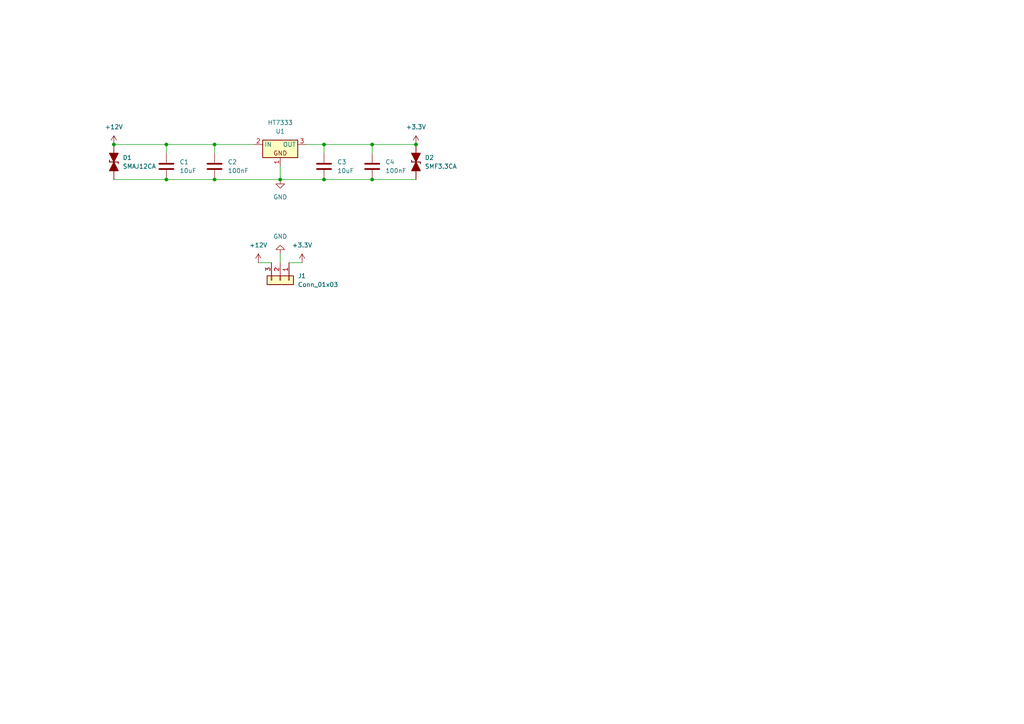
<source format=kicad_sch>
(kicad_sch
	(version 20250114)
	(generator "eeschema")
	(generator_version "9.0")
	(uuid "1df6ae02-d3d4-4e02-9ae3-4242eafe4dc1")
	(paper "A4")
	(lib_symbols
		(symbol "Connector_Generic:Conn_01x03"
			(pin_names
				(offset 1.016)
				(hide yes)
			)
			(exclude_from_sim no)
			(in_bom yes)
			(on_board yes)
			(property "Reference" "J"
				(at 0 5.08 0)
				(effects
					(font
						(size 1.27 1.27)
					)
				)
			)
			(property "Value" "Conn_01x03"
				(at 0 -5.08 0)
				(effects
					(font
						(size 1.27 1.27)
					)
				)
			)
			(property "Footprint" ""
				(at 0 0 0)
				(effects
					(font
						(size 1.27 1.27)
					)
					(hide yes)
				)
			)
			(property "Datasheet" "~"
				(at 0 0 0)
				(effects
					(font
						(size 1.27 1.27)
					)
					(hide yes)
				)
			)
			(property "Description" "Generic connector, single row, 01x03, script generated (kicad-library-utils/schlib/autogen/connector/)"
				(at 0 0 0)
				(effects
					(font
						(size 1.27 1.27)
					)
					(hide yes)
				)
			)
			(property "ki_keywords" "connector"
				(at 0 0 0)
				(effects
					(font
						(size 1.27 1.27)
					)
					(hide yes)
				)
			)
			(property "ki_fp_filters" "Connector*:*_1x??_*"
				(at 0 0 0)
				(effects
					(font
						(size 1.27 1.27)
					)
					(hide yes)
				)
			)
			(symbol "Conn_01x03_1_1"
				(rectangle
					(start -1.27 3.81)
					(end 1.27 -3.81)
					(stroke
						(width 0.254)
						(type default)
					)
					(fill
						(type background)
					)
				)
				(rectangle
					(start -1.27 2.667)
					(end 0 2.413)
					(stroke
						(width 0.1524)
						(type default)
					)
					(fill
						(type none)
					)
				)
				(rectangle
					(start -1.27 0.127)
					(end 0 -0.127)
					(stroke
						(width 0.1524)
						(type default)
					)
					(fill
						(type none)
					)
				)
				(rectangle
					(start -1.27 -2.413)
					(end 0 -2.667)
					(stroke
						(width 0.1524)
						(type default)
					)
					(fill
						(type none)
					)
				)
				(pin passive line
					(at -5.08 2.54 0)
					(length 3.81)
					(name "Pin_1"
						(effects
							(font
								(size 1.27 1.27)
							)
						)
					)
					(number "1"
						(effects
							(font
								(size 1.27 1.27)
							)
						)
					)
				)
				(pin passive line
					(at -5.08 0 0)
					(length 3.81)
					(name "Pin_2"
						(effects
							(font
								(size 1.27 1.27)
							)
						)
					)
					(number "2"
						(effects
							(font
								(size 1.27 1.27)
							)
						)
					)
				)
				(pin passive line
					(at -5.08 -2.54 0)
					(length 3.81)
					(name "Pin_3"
						(effects
							(font
								(size 1.27 1.27)
							)
						)
					)
					(number "3"
						(effects
							(font
								(size 1.27 1.27)
							)
						)
					)
				)
			)
			(embedded_fonts no)
		)
		(symbol "Library:HT7333"
			(exclude_from_sim no)
			(in_bom yes)
			(on_board yes)
			(property "Reference" "U"
				(at 0 -3.81 0)
				(effects
					(font
						(size 1.27 1.27)
					)
				)
			)
			(property "Value" "HT7333"
				(at 0 -6.35 0)
				(effects
					(font
						(size 1.27 1.27)
					)
				)
			)
			(property "Footprint" "PCM_Package_TO_SOT_SMD_AKL:SOT-89-3"
				(at 0 2.54 0)
				(effects
					(font
						(size 1.27 1.27)
					)
					(hide yes)
				)
			)
			(property "Datasheet" "https://item.szlcsc.com/323851.html?fromZone=s_s__%2522HT7333%2522&spm=sc.gb.xh2.zy.n___sc.hm.hd.ss&lcsc_vid=RVRcUVYDElFdXlJeRAALAwJQTwNeBgZeQ1QMUwJSRlQxVlNSQVZWVV1VR1lXVTtW"
				(at 0 2.54 0)
				(effects
					(font
						(size 1.27 1.27)
					)
					(hide yes)
				)
			)
			(property "Description" "Generic negative 3-terminal voltage regulator, Alternate KiCad Library"
				(at 0 0 0)
				(effects
					(font
						(size 1.27 1.27)
					)
					(hide yes)
				)
			)
			(property "ki_keywords" "generic voltage regulator vreg pmic power supply 3-terminal negative"
				(at 0 0 0)
				(effects
					(font
						(size 1.27 1.27)
					)
					(hide yes)
				)
			)
			(symbol "HT7333_0_0"
				(rectangle
					(start -5.08 3.81)
					(end 5.08 -1.27)
					(stroke
						(width 0.254)
						(type default)
					)
					(fill
						(type background)
					)
				)
				(text "GND"
					(at 0 2.54 0)
					(effects
						(font
							(size 1.27 1.27)
						)
					)
				)
			)
			(symbol "HT7333_1_1"
				(pin power_in line
					(at -7.62 0 0)
					(length 2.54)
					(name "IN"
						(effects
							(font
								(size 1.27 1.27)
							)
						)
					)
					(number "2"
						(effects
							(font
								(size 1.27 1.27)
							)
						)
					)
				)
				(pin power_in line
					(at 0 6.35 270)
					(length 2.54)
					(name "~"
						(effects
							(font
								(size 1.27 1.27)
							)
						)
					)
					(number "1"
						(effects
							(font
								(size 1.27 1.27)
							)
						)
					)
				)
				(pin power_out line
					(at 7.62 0 180)
					(length 2.54)
					(name "OUT"
						(effects
							(font
								(size 1.27 1.27)
							)
						)
					)
					(number "3"
						(effects
							(font
								(size 1.27 1.27)
							)
						)
					)
				)
			)
			(embedded_fonts no)
		)
		(symbol "Library:SMF3.3CA"
			(pin_numbers
				(hide yes)
			)
			(pin_names
				(offset 1.016)
				(hide yes)
			)
			(exclude_from_sim no)
			(in_bom yes)
			(on_board yes)
			(property "Reference" "D"
				(at 0 5.08 0)
				(effects
					(font
						(size 1.27 1.27)
					)
				)
			)
			(property "Value" "SMF3.3CA"
				(at 0 2.54 0)
				(effects
					(font
						(size 1.27 1.27)
					)
				)
			)
			(property "Footprint" "PCM_Diode_SMD_AKL:D_SOD-123F"
				(at 0 0 0)
				(effects
					(font
						(size 1.27 1.27)
					)
					(hide yes)
				)
			)
			(property "Datasheet" "https://item.szlcsc.com/48682096.html?fromZone=s_s__%2522SMF3.3CA%2522&spm=sc.gb.xh1.zy.n___sc.it.hd.ss&lcsc_vid=RVRcUVYDElFdXlJeRAALAwJQTwNeBgZeQ1QMUwJSRlQxVlNSQVZWVV1VR1lXVTtW"
				(at 0 0 0)
				(effects
					(font
						(size 1.27 1.27)
					)
					(hide yes)
				)
			)
			(property "Description" "SOD-123F Bidirectional TVS Diode, 5V, 200W, Alternate KiCAD Library"
				(at 0 0 0)
				(effects
					(font
						(size 1.27 1.27)
					)
					(hide yes)
				)
			)
			(property "ki_keywords" "diode TVS bidirectional SMF-CA"
				(at 0 0 0)
				(effects
					(font
						(size 1.27 1.27)
					)
					(hide yes)
				)
			)
			(property "ki_fp_filters" "TO-???* *_Diode_* *SingleDiode* D_*"
				(at 0 0 0)
				(effects
					(font
						(size 1.27 1.27)
					)
					(hide yes)
				)
			)
			(symbol "SMF3.3CA_0_1"
				(polyline
					(pts
						(xy 0 1.27) (xy 0 -1.27)
					)
					(stroke
						(width 0.254)
						(type default)
					)
					(fill
						(type none)
					)
				)
				(polyline
					(pts
						(xy 0 1.27) (xy 0.508 1.27)
					)
					(stroke
						(width 0.254)
						(type default)
					)
					(fill
						(type none)
					)
				)
				(polyline
					(pts
						(xy 0 0) (xy -2.54 1.27) (xy -2.54 -1.27) (xy 0 0)
					)
					(stroke
						(width 0.254)
						(type default)
					)
					(fill
						(type outline)
					)
				)
				(polyline
					(pts
						(xy 0 -1.27) (xy -0.508 -1.27)
					)
					(stroke
						(width 0.254)
						(type default)
					)
					(fill
						(type none)
					)
				)
				(polyline
					(pts
						(xy 1.27 0) (xy -1.27 0)
					)
					(stroke
						(width 0)
						(type default)
					)
					(fill
						(type none)
					)
				)
				(polyline
					(pts
						(xy 2.54 1.27) (xy 2.54 -1.27) (xy 0 0) (xy 2.54 1.27)
					)
					(stroke
						(width 0.254)
						(type default)
					)
					(fill
						(type outline)
					)
				)
			)
			(symbol "SMF3.3CA_0_2"
				(polyline
					(pts
						(xy -3.81 -3.81) (xy 3.81 3.81)
					)
					(stroke
						(width 0)
						(type default)
					)
					(fill
						(type none)
					)
				)
				(polyline
					(pts
						(xy -1.778 -1.778) (xy -2.667 -0.889) (xy 0 0) (xy -0.889 -2.667) (xy -1.778 -1.778)
					)
					(stroke
						(width 0.254)
						(type default)
					)
					(fill
						(type outline)
					)
				)
				(polyline
					(pts
						(xy -0.889 0.889) (xy -1.27 0.508)
					)
					(stroke
						(width 0.254)
						(type default)
					)
					(fill
						(type none)
					)
				)
				(polyline
					(pts
						(xy -0.889 0.889) (xy 0.889 -0.889)
					)
					(stroke
						(width 0.254)
						(type default)
					)
					(fill
						(type none)
					)
				)
				(polyline
					(pts
						(xy 0.889 -0.889) (xy 1.27 -0.508)
					)
					(stroke
						(width 0.254)
						(type default)
					)
					(fill
						(type none)
					)
				)
				(polyline
					(pts
						(xy 1.778 1.778) (xy 2.667 0.889) (xy 0 0) (xy 0.889 2.667) (xy 1.778 1.778)
					)
					(stroke
						(width 0.254)
						(type default)
					)
					(fill
						(type outline)
					)
				)
			)
			(symbol "SMF3.3CA_1_1"
				(pin passive line
					(at -5.08 0 0)
					(length 2.54)
					(name "K"
						(effects
							(font
								(size 1.27 1.27)
							)
						)
					)
					(number "1"
						(effects
							(font
								(size 1.27 1.27)
							)
						)
					)
				)
				(pin passive line
					(at 5.08 0 180)
					(length 2.54)
					(name "A"
						(effects
							(font
								(size 1.27 1.27)
							)
						)
					)
					(number "2"
						(effects
							(font
								(size 1.27 1.27)
							)
						)
					)
				)
			)
			(symbol "SMF3.3CA_1_2"
				(pin passive line
					(at -3.81 -3.81 0)
					(length 0)
					(name "A"
						(effects
							(font
								(size 1.27 1.27)
							)
						)
					)
					(number "2"
						(effects
							(font
								(size 1.27 1.27)
							)
						)
					)
				)
				(pin passive line
					(at 3.81 3.81 180)
					(length 0)
					(name "K"
						(effects
							(font
								(size 1.27 1.27)
							)
						)
					)
					(number "1"
						(effects
							(font
								(size 1.27 1.27)
							)
						)
					)
				)
			)
			(embedded_fonts no)
		)
		(symbol "PCM_Capacitor_US_AKL:C_1206"
			(pin_numbers
				(hide yes)
			)
			(pin_names
				(offset 0.254)
			)
			(exclude_from_sim no)
			(in_bom yes)
			(on_board yes)
			(property "Reference" "C"
				(at 0.635 2.54 0)
				(effects
					(font
						(size 1.27 1.27)
					)
					(justify left)
				)
			)
			(property "Value" "C_1206"
				(at 0.635 -2.54 0)
				(effects
					(font
						(size 1.27 1.27)
					)
					(justify left)
				)
			)
			(property "Footprint" "PCM_Capacitor_SMD_AKL:C_1206_3216Metric"
				(at 0.9652 -3.81 0)
				(effects
					(font
						(size 1.27 1.27)
					)
					(hide yes)
				)
			)
			(property "Datasheet" "~"
				(at 0 0 0)
				(effects
					(font
						(size 1.27 1.27)
					)
					(hide yes)
				)
			)
			(property "Description" "SMD 1206 MLCC capacitor, Alternate KiCad Library"
				(at 0 0 0)
				(effects
					(font
						(size 1.27 1.27)
					)
					(hide yes)
				)
			)
			(property "ki_keywords" "cap capacitor ceramic chip mlcc smd 1206"
				(at 0 0 0)
				(effects
					(font
						(size 1.27 1.27)
					)
					(hide yes)
				)
			)
			(property "ki_fp_filters" "C_*"
				(at 0 0 0)
				(effects
					(font
						(size 1.27 1.27)
					)
					(hide yes)
				)
			)
			(symbol "C_1206_0_1"
				(polyline
					(pts
						(xy -2.032 0.762) (xy 2.032 0.762)
					)
					(stroke
						(width 0.508)
						(type default)
					)
					(fill
						(type none)
					)
				)
				(polyline
					(pts
						(xy -2.032 -0.762) (xy 2.032 -0.762)
					)
					(stroke
						(width 0.508)
						(type default)
					)
					(fill
						(type none)
					)
				)
			)
			(symbol "C_1206_0_2"
				(polyline
					(pts
						(xy -2.54 -2.54) (xy -0.381 -0.381)
					)
					(stroke
						(width 0)
						(type default)
					)
					(fill
						(type none)
					)
				)
				(polyline
					(pts
						(xy -0.508 -0.508) (xy -1.651 0.635)
					)
					(stroke
						(width 0.508)
						(type default)
					)
					(fill
						(type none)
					)
				)
				(polyline
					(pts
						(xy -0.508 -0.508) (xy 0.635 -1.651)
					)
					(stroke
						(width 0.508)
						(type default)
					)
					(fill
						(type none)
					)
				)
				(polyline
					(pts
						(xy 0.381 0.381) (xy 2.54 2.54)
					)
					(stroke
						(width 0)
						(type default)
					)
					(fill
						(type none)
					)
				)
				(polyline
					(pts
						(xy 0.508 0.508) (xy -0.635 1.651)
					)
					(stroke
						(width 0.508)
						(type default)
					)
					(fill
						(type none)
					)
				)
				(polyline
					(pts
						(xy 0.508 0.508) (xy 1.651 -0.635)
					)
					(stroke
						(width 0.508)
						(type default)
					)
					(fill
						(type none)
					)
				)
			)
			(symbol "C_1206_1_1"
				(pin passive line
					(at 0 3.81 270)
					(length 2.794)
					(name "~"
						(effects
							(font
								(size 1.27 1.27)
							)
						)
					)
					(number "1"
						(effects
							(font
								(size 1.27 1.27)
							)
						)
					)
				)
				(pin passive line
					(at 0 -3.81 90)
					(length 2.794)
					(name "~"
						(effects
							(font
								(size 1.27 1.27)
							)
						)
					)
					(number "2"
						(effects
							(font
								(size 1.27 1.27)
							)
						)
					)
				)
			)
			(symbol "C_1206_1_2"
				(pin passive line
					(at -2.54 -2.54 90)
					(length 0)
					(name "~"
						(effects
							(font
								(size 1.27 1.27)
							)
						)
					)
					(number "2"
						(effects
							(font
								(size 1.27 1.27)
							)
						)
					)
				)
				(pin passive line
					(at 2.54 2.54 270)
					(length 0)
					(name "~"
						(effects
							(font
								(size 1.27 1.27)
							)
						)
					)
					(number "1"
						(effects
							(font
								(size 1.27 1.27)
							)
						)
					)
				)
			)
			(embedded_fonts no)
		)
		(symbol "PCM_Diode_TVS_AKL:SMAJ12CA"
			(pin_numbers
				(hide yes)
			)
			(pin_names
				(offset 1.016)
				(hide yes)
			)
			(exclude_from_sim no)
			(in_bom yes)
			(on_board yes)
			(property "Reference" "D"
				(at 0 5.08 0)
				(effects
					(font
						(size 1.27 1.27)
					)
				)
			)
			(property "Value" "SMAJ12CA"
				(at 0 2.54 0)
				(effects
					(font
						(size 1.27 1.27)
					)
				)
			)
			(property "Footprint" "PCM_Diode_SMD_AKL:D_SMA_TVS"
				(at 0 0 0)
				(effects
					(font
						(size 1.27 1.27)
					)
					(hide yes)
				)
			)
			(property "Datasheet" "https://www.tme.eu/Document/dbc72d81c249fe51b6ab42300e8e06d0/SMAJ_ser.pdf"
				(at 0 0 0)
				(effects
					(font
						(size 1.27 1.27)
					)
					(hide yes)
				)
			)
			(property "Description" "SMA Bidirectional TVS Diode, 12V, 400W, Alternate KiCAD Library"
				(at 0 0 0)
				(effects
					(font
						(size 1.27 1.27)
					)
					(hide yes)
				)
			)
			(property "ki_keywords" "diode TVS bidirectional SMAJ-CA"
				(at 0 0 0)
				(effects
					(font
						(size 1.27 1.27)
					)
					(hide yes)
				)
			)
			(property "ki_fp_filters" "TO-???* *_Diode_* *SingleDiode* D_*"
				(at 0 0 0)
				(effects
					(font
						(size 1.27 1.27)
					)
					(hide yes)
				)
			)
			(symbol "SMAJ12CA_0_1"
				(polyline
					(pts
						(xy 0 1.27) (xy 0 -1.27)
					)
					(stroke
						(width 0.254)
						(type default)
					)
					(fill
						(type none)
					)
				)
				(polyline
					(pts
						(xy 0 1.27) (xy 0.508 1.27)
					)
					(stroke
						(width 0.254)
						(type default)
					)
					(fill
						(type none)
					)
				)
				(polyline
					(pts
						(xy 0 0) (xy -2.54 1.27) (xy -2.54 -1.27) (xy 0 0)
					)
					(stroke
						(width 0.254)
						(type default)
					)
					(fill
						(type outline)
					)
				)
				(polyline
					(pts
						(xy 0 -1.27) (xy -0.508 -1.27)
					)
					(stroke
						(width 0.254)
						(type default)
					)
					(fill
						(type none)
					)
				)
				(polyline
					(pts
						(xy 1.27 0) (xy -1.27 0)
					)
					(stroke
						(width 0)
						(type default)
					)
					(fill
						(type none)
					)
				)
				(polyline
					(pts
						(xy 2.54 1.27) (xy 2.54 -1.27) (xy 0 0) (xy 2.54 1.27)
					)
					(stroke
						(width 0.254)
						(type default)
					)
					(fill
						(type outline)
					)
				)
			)
			(symbol "SMAJ12CA_0_2"
				(polyline
					(pts
						(xy -3.81 -3.81) (xy 3.81 3.81)
					)
					(stroke
						(width 0)
						(type default)
					)
					(fill
						(type none)
					)
				)
				(polyline
					(pts
						(xy -1.778 -1.778) (xy -2.667 -0.889) (xy 0 0) (xy -0.889 -2.667) (xy -1.778 -1.778)
					)
					(stroke
						(width 0.254)
						(type default)
					)
					(fill
						(type outline)
					)
				)
				(polyline
					(pts
						(xy -0.889 0.889) (xy -1.27 0.508)
					)
					(stroke
						(width 0.254)
						(type default)
					)
					(fill
						(type none)
					)
				)
				(polyline
					(pts
						(xy -0.889 0.889) (xy 0.889 -0.889)
					)
					(stroke
						(width 0.254)
						(type default)
					)
					(fill
						(type none)
					)
				)
				(polyline
					(pts
						(xy 0.889 -0.889) (xy 1.27 -0.508)
					)
					(stroke
						(width 0.254)
						(type default)
					)
					(fill
						(type none)
					)
				)
				(polyline
					(pts
						(xy 1.778 1.778) (xy 2.667 0.889) (xy 0 0) (xy 0.889 2.667) (xy 1.778 1.778)
					)
					(stroke
						(width 0.254)
						(type default)
					)
					(fill
						(type outline)
					)
				)
			)
			(symbol "SMAJ12CA_1_1"
				(pin passive line
					(at -5.08 0 0)
					(length 2.54)
					(name "K"
						(effects
							(font
								(size 1.27 1.27)
							)
						)
					)
					(number "1"
						(effects
							(font
								(size 1.27 1.27)
							)
						)
					)
				)
				(pin passive line
					(at 5.08 0 180)
					(length 2.54)
					(name "A"
						(effects
							(font
								(size 1.27 1.27)
							)
						)
					)
					(number "2"
						(effects
							(font
								(size 1.27 1.27)
							)
						)
					)
				)
			)
			(symbol "SMAJ12CA_1_2"
				(pin passive line
					(at -3.81 -3.81 0)
					(length 0)
					(name "A"
						(effects
							(font
								(size 1.27 1.27)
							)
						)
					)
					(number "2"
						(effects
							(font
								(size 1.27 1.27)
							)
						)
					)
				)
				(pin passive line
					(at 3.81 3.81 180)
					(length 0)
					(name "K"
						(effects
							(font
								(size 1.27 1.27)
							)
						)
					)
					(number "1"
						(effects
							(font
								(size 1.27 1.27)
							)
						)
					)
				)
			)
			(embedded_fonts no)
		)
		(symbol "power:+12V"
			(power)
			(pin_numbers
				(hide yes)
			)
			(pin_names
				(offset 0)
				(hide yes)
			)
			(exclude_from_sim no)
			(in_bom yes)
			(on_board yes)
			(property "Reference" "#PWR"
				(at 0 -3.81 0)
				(effects
					(font
						(size 1.27 1.27)
					)
					(hide yes)
				)
			)
			(property "Value" "+12V"
				(at 0 3.556 0)
				(effects
					(font
						(size 1.27 1.27)
					)
				)
			)
			(property "Footprint" ""
				(at 0 0 0)
				(effects
					(font
						(size 1.27 1.27)
					)
					(hide yes)
				)
			)
			(property "Datasheet" ""
				(at 0 0 0)
				(effects
					(font
						(size 1.27 1.27)
					)
					(hide yes)
				)
			)
			(property "Description" "Power symbol creates a global label with name \"+12V\""
				(at 0 0 0)
				(effects
					(font
						(size 1.27 1.27)
					)
					(hide yes)
				)
			)
			(property "ki_keywords" "global power"
				(at 0 0 0)
				(effects
					(font
						(size 1.27 1.27)
					)
					(hide yes)
				)
			)
			(symbol "+12V_0_1"
				(polyline
					(pts
						(xy -0.762 1.27) (xy 0 2.54)
					)
					(stroke
						(width 0)
						(type default)
					)
					(fill
						(type none)
					)
				)
				(polyline
					(pts
						(xy 0 2.54) (xy 0.762 1.27)
					)
					(stroke
						(width 0)
						(type default)
					)
					(fill
						(type none)
					)
				)
				(polyline
					(pts
						(xy 0 0) (xy 0 2.54)
					)
					(stroke
						(width 0)
						(type default)
					)
					(fill
						(type none)
					)
				)
			)
			(symbol "+12V_1_1"
				(pin power_in line
					(at 0 0 90)
					(length 0)
					(name "~"
						(effects
							(font
								(size 1.27 1.27)
							)
						)
					)
					(number "1"
						(effects
							(font
								(size 1.27 1.27)
							)
						)
					)
				)
			)
			(embedded_fonts no)
		)
		(symbol "power:+3.3V"
			(power)
			(pin_numbers
				(hide yes)
			)
			(pin_names
				(offset 0)
				(hide yes)
			)
			(exclude_from_sim no)
			(in_bom yes)
			(on_board yes)
			(property "Reference" "#PWR"
				(at 0 -3.81 0)
				(effects
					(font
						(size 1.27 1.27)
					)
					(hide yes)
				)
			)
			(property "Value" "+3.3V"
				(at 0 3.556 0)
				(effects
					(font
						(size 1.27 1.27)
					)
				)
			)
			(property "Footprint" ""
				(at 0 0 0)
				(effects
					(font
						(size 1.27 1.27)
					)
					(hide yes)
				)
			)
			(property "Datasheet" ""
				(at 0 0 0)
				(effects
					(font
						(size 1.27 1.27)
					)
					(hide yes)
				)
			)
			(property "Description" "Power symbol creates a global label with name \"+3.3V\""
				(at 0 0 0)
				(effects
					(font
						(size 1.27 1.27)
					)
					(hide yes)
				)
			)
			(property "ki_keywords" "global power"
				(at 0 0 0)
				(effects
					(font
						(size 1.27 1.27)
					)
					(hide yes)
				)
			)
			(symbol "+3.3V_0_1"
				(polyline
					(pts
						(xy -0.762 1.27) (xy 0 2.54)
					)
					(stroke
						(width 0)
						(type default)
					)
					(fill
						(type none)
					)
				)
				(polyline
					(pts
						(xy 0 2.54) (xy 0.762 1.27)
					)
					(stroke
						(width 0)
						(type default)
					)
					(fill
						(type none)
					)
				)
				(polyline
					(pts
						(xy 0 0) (xy 0 2.54)
					)
					(stroke
						(width 0)
						(type default)
					)
					(fill
						(type none)
					)
				)
			)
			(symbol "+3.3V_1_1"
				(pin power_in line
					(at 0 0 90)
					(length 0)
					(name "~"
						(effects
							(font
								(size 1.27 1.27)
							)
						)
					)
					(number "1"
						(effects
							(font
								(size 1.27 1.27)
							)
						)
					)
				)
			)
			(embedded_fonts no)
		)
		(symbol "power:GND"
			(power)
			(pin_numbers
				(hide yes)
			)
			(pin_names
				(offset 0)
				(hide yes)
			)
			(exclude_from_sim no)
			(in_bom yes)
			(on_board yes)
			(property "Reference" "#PWR"
				(at 0 -6.35 0)
				(effects
					(font
						(size 1.27 1.27)
					)
					(hide yes)
				)
			)
			(property "Value" "GND"
				(at 0 -3.81 0)
				(effects
					(font
						(size 1.27 1.27)
					)
				)
			)
			(property "Footprint" ""
				(at 0 0 0)
				(effects
					(font
						(size 1.27 1.27)
					)
					(hide yes)
				)
			)
			(property "Datasheet" ""
				(at 0 0 0)
				(effects
					(font
						(size 1.27 1.27)
					)
					(hide yes)
				)
			)
			(property "Description" "Power symbol creates a global label with name \"GND\" , ground"
				(at 0 0 0)
				(effects
					(font
						(size 1.27 1.27)
					)
					(hide yes)
				)
			)
			(property "ki_keywords" "global power"
				(at 0 0 0)
				(effects
					(font
						(size 1.27 1.27)
					)
					(hide yes)
				)
			)
			(symbol "GND_0_1"
				(polyline
					(pts
						(xy 0 0) (xy 0 -1.27) (xy 1.27 -1.27) (xy 0 -2.54) (xy -1.27 -1.27) (xy 0 -1.27)
					)
					(stroke
						(width 0)
						(type default)
					)
					(fill
						(type none)
					)
				)
			)
			(symbol "GND_1_1"
				(pin power_in line
					(at 0 0 270)
					(length 0)
					(name "~"
						(effects
							(font
								(size 1.27 1.27)
							)
						)
					)
					(number "1"
						(effects
							(font
								(size 1.27 1.27)
							)
						)
					)
				)
			)
			(embedded_fonts no)
		)
	)
	(junction
		(at 81.28 52.07)
		(diameter 0)
		(color 0 0 0 0)
		(uuid "37f0bd39-48f0-4a02-b30c-848395584503")
	)
	(junction
		(at 107.95 52.07)
		(diameter 0)
		(color 0 0 0 0)
		(uuid "514833eb-50a9-44fe-916f-294371287c75")
	)
	(junction
		(at 33.02 41.91)
		(diameter 0)
		(color 0 0 0 0)
		(uuid "548de5e2-09b7-460b-95a2-d11cc7c57852")
	)
	(junction
		(at 107.95 41.91)
		(diameter 0)
		(color 0 0 0 0)
		(uuid "64aba8ce-fd6c-4491-992c-3b04ebd53f9f")
	)
	(junction
		(at 48.26 52.07)
		(diameter 0)
		(color 0 0 0 0)
		(uuid "6badc462-3549-4c36-8e68-21b0bb8cafde")
	)
	(junction
		(at 93.98 41.91)
		(diameter 0)
		(color 0 0 0 0)
		(uuid "719da37d-a298-4564-bf72-c6c4262e0a9d")
	)
	(junction
		(at 93.98 52.07)
		(diameter 0)
		(color 0 0 0 0)
		(uuid "9042bff0-f34f-427b-85c5-6b9b00f8c2b8")
	)
	(junction
		(at 62.23 52.07)
		(diameter 0)
		(color 0 0 0 0)
		(uuid "93e780b9-2863-4b2b-b297-6be449c23a72")
	)
	(junction
		(at 62.23 41.91)
		(diameter 0)
		(color 0 0 0 0)
		(uuid "9d1d29f1-637e-4e32-bd4e-238eec1c5c0e")
	)
	(junction
		(at 120.65 41.91)
		(diameter 0)
		(color 0 0 0 0)
		(uuid "b8fa3e1b-f2e6-4adb-b381-c72c396e8bae")
	)
	(junction
		(at 48.26 41.91)
		(diameter 0)
		(color 0 0 0 0)
		(uuid "e2d4d540-1b28-4c57-a6ca-376db0bf414f")
	)
	(wire
		(pts
			(xy 88.9 41.91) (xy 93.98 41.91)
		)
		(stroke
			(width 0)
			(type default)
		)
		(uuid "05ac1d29-e7d3-432c-88cf-2f065aa99a93")
	)
	(wire
		(pts
			(xy 48.26 41.91) (xy 62.23 41.91)
		)
		(stroke
			(width 0)
			(type default)
		)
		(uuid "0fe6615d-7d0f-4bd7-87e6-67912a7768d0")
	)
	(wire
		(pts
			(xy 81.28 73.66) (xy 81.28 76.2)
		)
		(stroke
			(width 0)
			(type default)
		)
		(uuid "276cfdbc-7c71-48a6-a7cb-091d947a4b44")
	)
	(wire
		(pts
			(xy 33.02 41.91) (xy 48.26 41.91)
		)
		(stroke
			(width 0)
			(type default)
		)
		(uuid "2c2418c9-d76c-4077-90b4-b4fa14f4dae8")
	)
	(wire
		(pts
			(xy 107.95 52.07) (xy 120.65 52.07)
		)
		(stroke
			(width 0)
			(type default)
		)
		(uuid "3a9006f2-1804-4563-8ac2-ab9854d7055c")
	)
	(wire
		(pts
			(xy 48.26 52.07) (xy 62.23 52.07)
		)
		(stroke
			(width 0)
			(type default)
		)
		(uuid "3fadcb6a-dd90-4bc8-80b0-a3059fa1fb32")
	)
	(wire
		(pts
			(xy 107.95 41.91) (xy 120.65 41.91)
		)
		(stroke
			(width 0)
			(type default)
		)
		(uuid "72f383a0-3587-4727-9bd0-663df02f2aaf")
	)
	(wire
		(pts
			(xy 62.23 41.91) (xy 62.23 44.45)
		)
		(stroke
			(width 0)
			(type default)
		)
		(uuid "7c5bbed0-37b4-461b-83e6-1cf8567c570c")
	)
	(wire
		(pts
			(xy 33.02 52.07) (xy 48.26 52.07)
		)
		(stroke
			(width 0)
			(type default)
		)
		(uuid "7f2cbe72-dcac-4864-8902-a467ee0e6b68")
	)
	(wire
		(pts
			(xy 62.23 41.91) (xy 73.66 41.91)
		)
		(stroke
			(width 0)
			(type default)
		)
		(uuid "861a7793-2ba1-427b-bd6a-76c18a36eee7")
	)
	(wire
		(pts
			(xy 93.98 41.91) (xy 107.95 41.91)
		)
		(stroke
			(width 0)
			(type default)
		)
		(uuid "bb2287cb-2197-4c56-b358-48753385a0d0")
	)
	(wire
		(pts
			(xy 74.93 76.2) (xy 78.74 76.2)
		)
		(stroke
			(width 0)
			(type default)
		)
		(uuid "be54df5c-bef3-42ca-8272-d30d4e7f5b9f")
	)
	(wire
		(pts
			(xy 62.23 52.07) (xy 81.28 52.07)
		)
		(stroke
			(width 0)
			(type default)
		)
		(uuid "c19fec5c-7ef7-4d12-a92a-7e81323692e2")
	)
	(wire
		(pts
			(xy 93.98 41.91) (xy 93.98 44.45)
		)
		(stroke
			(width 0)
			(type default)
		)
		(uuid "c85a27d2-8038-49e5-b8dd-2cbab5b727bb")
	)
	(wire
		(pts
			(xy 83.82 76.2) (xy 87.63 76.2)
		)
		(stroke
			(width 0)
			(type default)
		)
		(uuid "ceb15113-566a-4374-9eb5-62585ab0adca")
	)
	(wire
		(pts
			(xy 107.95 41.91) (xy 107.95 44.45)
		)
		(stroke
			(width 0)
			(type default)
		)
		(uuid "cf4710e6-9f1f-47d0-a123-1878a9663cdc")
	)
	(wire
		(pts
			(xy 81.28 48.26) (xy 81.28 52.07)
		)
		(stroke
			(width 0)
			(type default)
		)
		(uuid "e3fbbe87-1003-454f-a5e8-900573602f4d")
	)
	(wire
		(pts
			(xy 93.98 52.07) (xy 107.95 52.07)
		)
		(stroke
			(width 0)
			(type default)
		)
		(uuid "efc3acde-0194-4669-b223-6090a94cc0ad")
	)
	(wire
		(pts
			(xy 81.28 52.07) (xy 93.98 52.07)
		)
		(stroke
			(width 0)
			(type default)
		)
		(uuid "f2af7c0b-c7ef-4da2-b1ca-ca446d5b9a43")
	)
	(wire
		(pts
			(xy 48.26 41.91) (xy 48.26 44.45)
		)
		(stroke
			(width 0)
			(type default)
		)
		(uuid "f9714cac-ff9a-4506-b933-dec29543c863")
	)
	(symbol
		(lib_id "PCM_Diode_TVS_AKL:SMAJ12CA")
		(at 33.02 46.99 90)
		(unit 1)
		(exclude_from_sim no)
		(in_bom yes)
		(on_board yes)
		(dnp no)
		(fields_autoplaced yes)
		(uuid "1db13489-a9e5-49cc-8172-8d3a80cafccf")
		(property "Reference" "D1"
			(at 35.56 45.7199 90)
			(effects
				(font
					(size 1.27 1.27)
				)
				(justify right)
			)
		)
		(property "Value" "SMAJ12CA"
			(at 35.56 48.2599 90)
			(effects
				(font
					(size 1.27 1.27)
				)
				(justify right)
			)
		)
		(property "Footprint" "PCM_Diode_SMD_AKL:D_SMA_TVS"
			(at 33.02 46.99 0)
			(effects
				(font
					(size 1.27 1.27)
				)
				(hide yes)
			)
		)
		(property "Datasheet" "https://www.tme.eu/Document/dbc72d81c249fe51b6ab42300e8e06d0/SMAJ_ser.pdf"
			(at 33.02 46.99 0)
			(effects
				(font
					(size 1.27 1.27)
				)
				(hide yes)
			)
		)
		(property "Description" "SMA Bidirectional TVS Diode, 12V, 400W, Alternate KiCAD Library"
			(at 33.02 46.99 0)
			(effects
				(font
					(size 1.27 1.27)
				)
				(hide yes)
			)
		)
		(pin "1"
			(uuid "7002ac7f-c6b0-40c8-92a7-8335726e15cc")
		)
		(pin "2"
			(uuid "3ae000d1-bf52-4a0b-80e5-80df7edd264a")
		)
		(instances
			(project ""
				(path "/1df6ae02-d3d4-4e02-9ae3-4242eafe4dc1"
					(reference "D1")
					(unit 1)
				)
			)
		)
	)
	(symbol
		(lib_id "PCM_Capacitor_US_AKL:C_1206")
		(at 107.95 48.26 0)
		(unit 1)
		(exclude_from_sim no)
		(in_bom yes)
		(on_board yes)
		(dnp no)
		(fields_autoplaced yes)
		(uuid "232928ec-4543-44fa-9151-c17ecbf974f2")
		(property "Reference" "C4"
			(at 111.76 46.9899 0)
			(effects
				(font
					(size 1.27 1.27)
				)
				(justify left)
			)
		)
		(property "Value" "100nF"
			(at 111.76 49.5299 0)
			(effects
				(font
					(size 1.27 1.27)
				)
				(justify left)
			)
		)
		(property "Footprint" "PCM_Capacitor_SMD_AKL:C_1206_3216Metric"
			(at 108.9152 52.07 0)
			(effects
				(font
					(size 1.27 1.27)
				)
				(hide yes)
			)
		)
		(property "Datasheet" "~"
			(at 107.95 48.26 0)
			(effects
				(font
					(size 1.27 1.27)
				)
				(hide yes)
			)
		)
		(property "Description" "SMD 1206 MLCC capacitor, Alternate KiCad Library"
			(at 107.95 48.26 0)
			(effects
				(font
					(size 1.27 1.27)
				)
				(hide yes)
			)
		)
		(pin "2"
			(uuid "5945e5ad-70a8-4f56-99f5-85fc87fbd9cd")
		)
		(pin "1"
			(uuid "cedff690-39f5-4644-a345-205a86a6e3b2")
		)
		(instances
			(project "HT7333"
				(path "/1df6ae02-d3d4-4e02-9ae3-4242eafe4dc1"
					(reference "C4")
					(unit 1)
				)
			)
		)
	)
	(symbol
		(lib_id "power:+3.3V")
		(at 87.63 76.2 0)
		(unit 1)
		(exclude_from_sim no)
		(in_bom yes)
		(on_board yes)
		(dnp no)
		(fields_autoplaced yes)
		(uuid "2e8b975b-119c-45dc-995b-e688ee0491dd")
		(property "Reference" "#PWR05"
			(at 87.63 80.01 0)
			(effects
				(font
					(size 1.27 1.27)
				)
				(hide yes)
			)
		)
		(property "Value" "+3.3V"
			(at 87.63 71.12 0)
			(effects
				(font
					(size 1.27 1.27)
				)
			)
		)
		(property "Footprint" ""
			(at 87.63 76.2 0)
			(effects
				(font
					(size 1.27 1.27)
				)
				(hide yes)
			)
		)
		(property "Datasheet" ""
			(at 87.63 76.2 0)
			(effects
				(font
					(size 1.27 1.27)
				)
				(hide yes)
			)
		)
		(property "Description" "Power symbol creates a global label with name \"+3.3V\""
			(at 87.63 76.2 0)
			(effects
				(font
					(size 1.27 1.27)
				)
				(hide yes)
			)
		)
		(pin "1"
			(uuid "e457f9d2-f4ce-4959-8e74-1b1750ab6661")
		)
		(instances
			(project ""
				(path "/1df6ae02-d3d4-4e02-9ae3-4242eafe4dc1"
					(reference "#PWR05")
					(unit 1)
				)
			)
		)
	)
	(symbol
		(lib_id "PCM_Capacitor_US_AKL:C_1206")
		(at 48.26 48.26 0)
		(unit 1)
		(exclude_from_sim no)
		(in_bom yes)
		(on_board yes)
		(dnp no)
		(fields_autoplaced yes)
		(uuid "35fcd58a-1490-4b7a-91f4-0733045aae36")
		(property "Reference" "C1"
			(at 52.07 46.9899 0)
			(effects
				(font
					(size 1.27 1.27)
				)
				(justify left)
			)
		)
		(property "Value" "10uF"
			(at 52.07 49.5299 0)
			(effects
				(font
					(size 1.27 1.27)
				)
				(justify left)
			)
		)
		(property "Footprint" "PCM_Capacitor_SMD_AKL:C_1206_3216Metric"
			(at 49.2252 52.07 0)
			(effects
				(font
					(size 1.27 1.27)
				)
				(hide yes)
			)
		)
		(property "Datasheet" "~"
			(at 48.26 48.26 0)
			(effects
				(font
					(size 1.27 1.27)
				)
				(hide yes)
			)
		)
		(property "Description" "SMD 1206 MLCC capacitor, Alternate KiCad Library"
			(at 48.26 48.26 0)
			(effects
				(font
					(size 1.27 1.27)
				)
				(hide yes)
			)
		)
		(pin "2"
			(uuid "6a1a0982-ca59-4f51-883b-617dc0a82d4a")
		)
		(pin "1"
			(uuid "4336eb44-d546-43fb-aa85-2f4d1dd18b01")
		)
		(instances
			(project ""
				(path "/1df6ae02-d3d4-4e02-9ae3-4242eafe4dc1"
					(reference "C1")
					(unit 1)
				)
			)
		)
	)
	(symbol
		(lib_id "Connector_Generic:Conn_01x03")
		(at 81.28 81.28 270)
		(unit 1)
		(exclude_from_sim no)
		(in_bom yes)
		(on_board yes)
		(dnp no)
		(fields_autoplaced yes)
		(uuid "3e358b47-9d5a-4061-be93-1f1ec86b6309")
		(property "Reference" "J1"
			(at 86.36 80.0099 90)
			(effects
				(font
					(size 1.27 1.27)
				)
				(justify left)
			)
		)
		(property "Value" "Conn_01x03"
			(at 86.36 82.5499 90)
			(effects
				(font
					(size 1.27 1.27)
				)
				(justify left)
			)
		)
		(property "Footprint" "Connector_PinHeader_2.54mm:PinHeader_1x03_P2.54mm_Vertical"
			(at 81.28 81.28 0)
			(effects
				(font
					(size 1.27 1.27)
				)
				(hide yes)
			)
		)
		(property "Datasheet" "~"
			(at 81.28 81.28 0)
			(effects
				(font
					(size 1.27 1.27)
				)
				(hide yes)
			)
		)
		(property "Description" "Generic connector, single row, 01x03, script generated (kicad-library-utils/schlib/autogen/connector/)"
			(at 81.28 81.28 0)
			(effects
				(font
					(size 1.27 1.27)
				)
				(hide yes)
			)
		)
		(pin "2"
			(uuid "a6107d92-4171-42e6-a582-cb072380b0ca")
		)
		(pin "1"
			(uuid "8a406607-4b8e-48e0-9d53-ae01a758915b")
		)
		(pin "3"
			(uuid "302ba533-5252-444d-9d8c-fdc990cb25b1")
		)
		(instances
			(project ""
				(path "/1df6ae02-d3d4-4e02-9ae3-4242eafe4dc1"
					(reference "J1")
					(unit 1)
				)
			)
		)
	)
	(symbol
		(lib_id "PCM_Capacitor_US_AKL:C_1206")
		(at 62.23 48.26 0)
		(unit 1)
		(exclude_from_sim no)
		(in_bom yes)
		(on_board yes)
		(dnp no)
		(fields_autoplaced yes)
		(uuid "65dad9bb-d540-42b5-a7e8-22676942662b")
		(property "Reference" "C2"
			(at 66.04 46.9899 0)
			(effects
				(font
					(size 1.27 1.27)
				)
				(justify left)
			)
		)
		(property "Value" "100nF"
			(at 66.04 49.5299 0)
			(effects
				(font
					(size 1.27 1.27)
				)
				(justify left)
			)
		)
		(property "Footprint" "PCM_Capacitor_SMD_AKL:C_1206_3216Metric"
			(at 63.1952 52.07 0)
			(effects
				(font
					(size 1.27 1.27)
				)
				(hide yes)
			)
		)
		(property "Datasheet" "~"
			(at 62.23 48.26 0)
			(effects
				(font
					(size 1.27 1.27)
				)
				(hide yes)
			)
		)
		(property "Description" "SMD 1206 MLCC capacitor, Alternate KiCad Library"
			(at 62.23 48.26 0)
			(effects
				(font
					(size 1.27 1.27)
				)
				(hide yes)
			)
		)
		(pin "2"
			(uuid "2d36c623-82d1-448a-84e7-e7f84ab5f0b5")
		)
		(pin "1"
			(uuid "316d52cb-2755-4f6f-82f9-d2cb23a71406")
		)
		(instances
			(project "HT7333"
				(path "/1df6ae02-d3d4-4e02-9ae3-4242eafe4dc1"
					(reference "C2")
					(unit 1)
				)
			)
		)
	)
	(symbol
		(lib_id "Library:SMF3.3CA")
		(at 120.65 46.99 90)
		(unit 1)
		(exclude_from_sim no)
		(in_bom yes)
		(on_board yes)
		(dnp no)
		(fields_autoplaced yes)
		(uuid "86172d1a-4684-4ac8-814f-ceae49651803")
		(property "Reference" "D2"
			(at 123.19 45.7199 90)
			(effects
				(font
					(size 1.27 1.27)
				)
				(justify right)
			)
		)
		(property "Value" "SMF3.3CA"
			(at 123.19 48.2599 90)
			(effects
				(font
					(size 1.27 1.27)
				)
				(justify right)
			)
		)
		(property "Footprint" "PCM_Diode_SMD_AKL:D_SOD-123F"
			(at 120.65 46.99 0)
			(effects
				(font
					(size 1.27 1.27)
				)
				(hide yes)
			)
		)
		(property "Datasheet" "https://item.szlcsc.com/48682096.html?fromZone=s_s__%2522SMF3.3CA%2522&spm=sc.gb.xh1.zy.n___sc.it.hd.ss&lcsc_vid=RVRcUVYDElFdXlJeRAALAwJQTwNeBgZeQ1QMUwJSRlQxVlNSQVZWVV1VR1lXVTtW"
			(at 120.65 46.99 0)
			(effects
				(font
					(size 1.27 1.27)
				)
				(hide yes)
			)
		)
		(property "Description" "SOD-123F Bidirectional TVS Diode, 5V, 200W, Alternate KiCAD Library"
			(at 120.65 46.99 0)
			(effects
				(font
					(size 1.27 1.27)
				)
				(hide yes)
			)
		)
		(pin "2"
			(uuid "d836897b-c911-40b7-b351-4c1beca91fbb")
		)
		(pin "1"
			(uuid "b6dd5fc6-152b-4936-9092-181aa43b3b70")
		)
		(instances
			(project ""
				(path "/1df6ae02-d3d4-4e02-9ae3-4242eafe4dc1"
					(reference "D2")
					(unit 1)
				)
			)
		)
	)
	(symbol
		(lib_id "power:+3.3V")
		(at 120.65 41.91 0)
		(unit 1)
		(exclude_from_sim no)
		(in_bom yes)
		(on_board yes)
		(dnp no)
		(fields_autoplaced yes)
		(uuid "8fbf0ef5-729d-4a49-b8ff-8eaae5a320b0")
		(property "Reference" "#PWR06"
			(at 120.65 45.72 0)
			(effects
				(font
					(size 1.27 1.27)
				)
				(hide yes)
			)
		)
		(property "Value" "+3.3V"
			(at 120.65 36.83 0)
			(effects
				(font
					(size 1.27 1.27)
				)
			)
		)
		(property "Footprint" ""
			(at 120.65 41.91 0)
			(effects
				(font
					(size 1.27 1.27)
				)
				(hide yes)
			)
		)
		(property "Datasheet" ""
			(at 120.65 41.91 0)
			(effects
				(font
					(size 1.27 1.27)
				)
				(hide yes)
			)
		)
		(property "Description" "Power symbol creates a global label with name \"+3.3V\""
			(at 120.65 41.91 0)
			(effects
				(font
					(size 1.27 1.27)
				)
				(hide yes)
			)
		)
		(pin "1"
			(uuid "4800197d-2cf2-48da-9cc3-dbdfd124d435")
		)
		(instances
			(project "HT7333"
				(path "/1df6ae02-d3d4-4e02-9ae3-4242eafe4dc1"
					(reference "#PWR06")
					(unit 1)
				)
			)
		)
	)
	(symbol
		(lib_id "PCM_Capacitor_US_AKL:C_1206")
		(at 93.98 48.26 0)
		(unit 1)
		(exclude_from_sim no)
		(in_bom yes)
		(on_board yes)
		(dnp no)
		(fields_autoplaced yes)
		(uuid "9b173555-78be-4ff2-ba9d-93a52c1a6bb1")
		(property "Reference" "C3"
			(at 97.79 46.9899 0)
			(effects
				(font
					(size 1.27 1.27)
				)
				(justify left)
			)
		)
		(property "Value" "10uF"
			(at 97.79 49.5299 0)
			(effects
				(font
					(size 1.27 1.27)
				)
				(justify left)
			)
		)
		(property "Footprint" "PCM_Capacitor_SMD_AKL:C_1206_3216Metric"
			(at 94.9452 52.07 0)
			(effects
				(font
					(size 1.27 1.27)
				)
				(hide yes)
			)
		)
		(property "Datasheet" "~"
			(at 93.98 48.26 0)
			(effects
				(font
					(size 1.27 1.27)
				)
				(hide yes)
			)
		)
		(property "Description" "SMD 1206 MLCC capacitor, Alternate KiCad Library"
			(at 93.98 48.26 0)
			(effects
				(font
					(size 1.27 1.27)
				)
				(hide yes)
			)
		)
		(pin "2"
			(uuid "bd86a00d-91df-4218-bc7c-91684d4c3c66")
		)
		(pin "1"
			(uuid "8193f943-3c11-4f90-bf26-03f17f0c9b76")
		)
		(instances
			(project "HT7333"
				(path "/1df6ae02-d3d4-4e02-9ae3-4242eafe4dc1"
					(reference "C3")
					(unit 1)
				)
			)
		)
	)
	(symbol
		(lib_id "power:GND")
		(at 81.28 52.07 0)
		(unit 1)
		(exclude_from_sim no)
		(in_bom yes)
		(on_board yes)
		(dnp no)
		(fields_autoplaced yes)
		(uuid "9e719d0a-1f73-49de-bf32-6b24eab05d8c")
		(property "Reference" "#PWR03"
			(at 81.28 58.42 0)
			(effects
				(font
					(size 1.27 1.27)
				)
				(hide yes)
			)
		)
		(property "Value" "GND"
			(at 81.28 57.15 0)
			(effects
				(font
					(size 1.27 1.27)
				)
			)
		)
		(property "Footprint" ""
			(at 81.28 52.07 0)
			(effects
				(font
					(size 1.27 1.27)
				)
				(hide yes)
			)
		)
		(property "Datasheet" ""
			(at 81.28 52.07 0)
			(effects
				(font
					(size 1.27 1.27)
				)
				(hide yes)
			)
		)
		(property "Description" "Power symbol creates a global label with name \"GND\" , ground"
			(at 81.28 52.07 0)
			(effects
				(font
					(size 1.27 1.27)
				)
				(hide yes)
			)
		)
		(pin "1"
			(uuid "6b9d55c8-3097-4fc9-816c-358d393c623d")
		)
		(instances
			(project "HT7333"
				(path "/1df6ae02-d3d4-4e02-9ae3-4242eafe4dc1"
					(reference "#PWR03")
					(unit 1)
				)
			)
		)
	)
	(symbol
		(lib_id "power:+12V")
		(at 74.93 76.2 0)
		(unit 1)
		(exclude_from_sim no)
		(in_bom yes)
		(on_board yes)
		(dnp no)
		(fields_autoplaced yes)
		(uuid "d9dfdaf6-67bc-42c8-a2ee-9c6265edf41c")
		(property "Reference" "#PWR02"
			(at 74.93 80.01 0)
			(effects
				(font
					(size 1.27 1.27)
				)
				(hide yes)
			)
		)
		(property "Value" "+12V"
			(at 74.93 71.12 0)
			(effects
				(font
					(size 1.27 1.27)
				)
			)
		)
		(property "Footprint" ""
			(at 74.93 76.2 0)
			(effects
				(font
					(size 1.27 1.27)
				)
				(hide yes)
			)
		)
		(property "Datasheet" ""
			(at 74.93 76.2 0)
			(effects
				(font
					(size 1.27 1.27)
				)
				(hide yes)
			)
		)
		(property "Description" "Power symbol creates a global label with name \"+12V\""
			(at 74.93 76.2 0)
			(effects
				(font
					(size 1.27 1.27)
				)
				(hide yes)
			)
		)
		(pin "1"
			(uuid "5074a466-4e69-4433-a558-3223440ce711")
		)
		(instances
			(project ""
				(path "/1df6ae02-d3d4-4e02-9ae3-4242eafe4dc1"
					(reference "#PWR02")
					(unit 1)
				)
			)
		)
	)
	(symbol
		(lib_id "Library:HT7333")
		(at 81.28 41.91 0)
		(mirror x)
		(unit 1)
		(exclude_from_sim no)
		(in_bom yes)
		(on_board yes)
		(dnp no)
		(uuid "e4e8a285-ffc5-45b3-9117-d2cfe2ac355a")
		(property "Reference" "U1"
			(at 81.28 38.1 0)
			(effects
				(font
					(size 1.27 1.27)
				)
			)
		)
		(property "Value" "HT7333"
			(at 81.28 35.56 0)
			(effects
				(font
					(size 1.27 1.27)
				)
			)
		)
		(property "Footprint" "PCM_Package_TO_SOT_SMD_AKL:SOT-89-3"
			(at 81.28 44.45 0)
			(effects
				(font
					(size 1.27 1.27)
				)
				(hide yes)
			)
		)
		(property "Datasheet" "https://item.szlcsc.com/323851.html?fromZone=s_s__%2522HT7333%2522&spm=sc.gb.xh2.zy.n___sc.hm.hd.ss&lcsc_vid=RVRcUVYDElFdXlJeRAALAwJQTwNeBgZeQ1QMUwJSRlQxVlNSQVZWVV1VR1lXVTtW"
			(at 81.28 44.45 0)
			(effects
				(font
					(size 1.27 1.27)
				)
				(hide yes)
			)
		)
		(property "Description" "Generic negative 3-terminal voltage regulator, Alternate KiCad Library"
			(at 81.28 41.91 0)
			(effects
				(font
					(size 1.27 1.27)
				)
				(hide yes)
			)
		)
		(pin "3"
			(uuid "fe5340ce-9d5c-42a4-ac12-883bdf4b42dc")
		)
		(pin "2"
			(uuid "6e7a4fa1-0503-4c22-ab7e-db5e39e14f25")
		)
		(pin "1"
			(uuid "64788fac-6f0d-4099-b45e-eb90d5e72296")
		)
		(instances
			(project ""
				(path "/1df6ae02-d3d4-4e02-9ae3-4242eafe4dc1"
					(reference "U1")
					(unit 1)
				)
			)
		)
	)
	(symbol
		(lib_id "power:+12V")
		(at 33.02 41.91 0)
		(unit 1)
		(exclude_from_sim no)
		(in_bom yes)
		(on_board yes)
		(dnp no)
		(fields_autoplaced yes)
		(uuid "f2f23c18-b5f5-4158-a016-bb1bc4869d98")
		(property "Reference" "#PWR01"
			(at 33.02 45.72 0)
			(effects
				(font
					(size 1.27 1.27)
				)
				(hide yes)
			)
		)
		(property "Value" "+12V"
			(at 33.02 36.83 0)
			(effects
				(font
					(size 1.27 1.27)
				)
			)
		)
		(property "Footprint" ""
			(at 33.02 41.91 0)
			(effects
				(font
					(size 1.27 1.27)
				)
				(hide yes)
			)
		)
		(property "Datasheet" ""
			(at 33.02 41.91 0)
			(effects
				(font
					(size 1.27 1.27)
				)
				(hide yes)
			)
		)
		(property "Description" "Power symbol creates a global label with name \"+12V\""
			(at 33.02 41.91 0)
			(effects
				(font
					(size 1.27 1.27)
				)
				(hide yes)
			)
		)
		(pin "1"
			(uuid "c49f1204-7d06-49c9-9ea4-369a8339a58a")
		)
		(instances
			(project "HT7333"
				(path "/1df6ae02-d3d4-4e02-9ae3-4242eafe4dc1"
					(reference "#PWR01")
					(unit 1)
				)
			)
		)
	)
	(symbol
		(lib_id "power:GND")
		(at 81.28 73.66 180)
		(unit 1)
		(exclude_from_sim no)
		(in_bom yes)
		(on_board yes)
		(dnp no)
		(fields_autoplaced yes)
		(uuid "fa7f3447-7adb-4a81-a7c1-226a8f26c6ac")
		(property "Reference" "#PWR04"
			(at 81.28 67.31 0)
			(effects
				(font
					(size 1.27 1.27)
				)
				(hide yes)
			)
		)
		(property "Value" "GND"
			(at 81.28 68.58 0)
			(effects
				(font
					(size 1.27 1.27)
				)
			)
		)
		(property "Footprint" ""
			(at 81.28 73.66 0)
			(effects
				(font
					(size 1.27 1.27)
				)
				(hide yes)
			)
		)
		(property "Datasheet" ""
			(at 81.28 73.66 0)
			(effects
				(font
					(size 1.27 1.27)
				)
				(hide yes)
			)
		)
		(property "Description" "Power symbol creates a global label with name \"GND\" , ground"
			(at 81.28 73.66 0)
			(effects
				(font
					(size 1.27 1.27)
				)
				(hide yes)
			)
		)
		(pin "1"
			(uuid "df3c6164-2bff-450f-983d-ade21b53e212")
		)
		(instances
			(project ""
				(path "/1df6ae02-d3d4-4e02-9ae3-4242eafe4dc1"
					(reference "#PWR04")
					(unit 1)
				)
			)
		)
	)
	(sheet_instances
		(path "/"
			(page "1")
		)
	)
	(embedded_fonts no)
)

</source>
